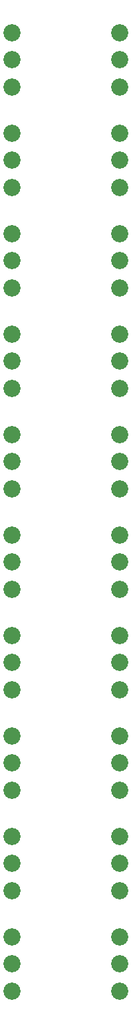
<source format=gbr>
G04 start of page 8 for group -4062 idx -4062 *
G04 Title: (unknown), soldermask *
G04 Creator: pcb 4.0.2 *
G04 CreationDate: Mon Aug 16 01:32:11 2021 UTC *
G04 For: ndholmes *
G04 Format: Gerber/RS-274X *
G04 PCB-Dimensions (mil): 700.00 5100.00 *
G04 PCB-Coordinate-Origin: lower left *
%MOIN*%
%FSLAX25Y25*%
%LNBOTTOMMASK*%
%ADD35C,0.0860*%
G54D35*X62000Y416500D03*
X8000Y430000D03*
Y416500D03*
X62000Y430000D03*
X8000Y443500D03*
Y393500D03*
X62000Y366500D03*
Y380000D03*
Y393500D03*
Y316500D03*
Y330000D03*
Y343500D03*
X8000Y380000D03*
Y366500D03*
Y330000D03*
Y316500D03*
Y343500D03*
Y480000D03*
Y466500D03*
Y493500D03*
X62000Y466500D03*
Y480000D03*
Y493500D03*
Y443500D03*
Y266500D03*
Y280000D03*
Y293500D03*
Y243500D03*
X8000Y280000D03*
Y266500D03*
Y293500D03*
Y230000D03*
Y216500D03*
Y243500D03*
X62000Y216500D03*
Y230000D03*
Y180000D03*
Y193500D03*
X8000Y180000D03*
Y193500D03*
Y166500D03*
Y130000D03*
Y143500D03*
X62000Y166500D03*
Y116500D03*
Y130000D03*
Y143500D03*
Y66500D03*
Y80000D03*
Y93500D03*
X8000Y116500D03*
Y80000D03*
Y66500D03*
Y93500D03*
X62000Y16500D03*
Y30000D03*
Y43500D03*
X8000Y30000D03*
Y16500D03*
Y43500D03*
M02*

</source>
